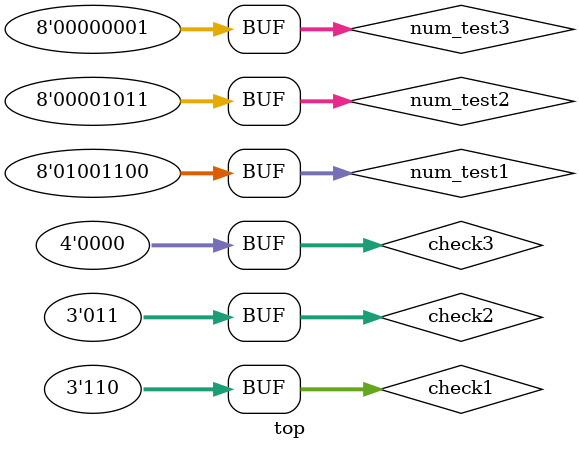
<source format=v>
`include "prioritet_decypher.v"

module top();

wire [7:0] num_test1 = 8'b01001100;
wire [7:0] num_test2 = 8'b00001011;
wire [7:0] num_test3 = 8'b00000001;
wire [2:0] check1 = 6;
wire [2:0] check2 = 3;
wire [3:0] check3 = 0;

get_pow
test1_get_pow
(
	.number	(num_test1),
	.ub	(result1)
);

get_pow
test2_get_pow
(
	.number	(num_test2),
	.ub	(result2)
);

get_pow
test3_get_pow
(
	.number	(num_test3),
	.ub	(result3)
);

endmodule
</source>
